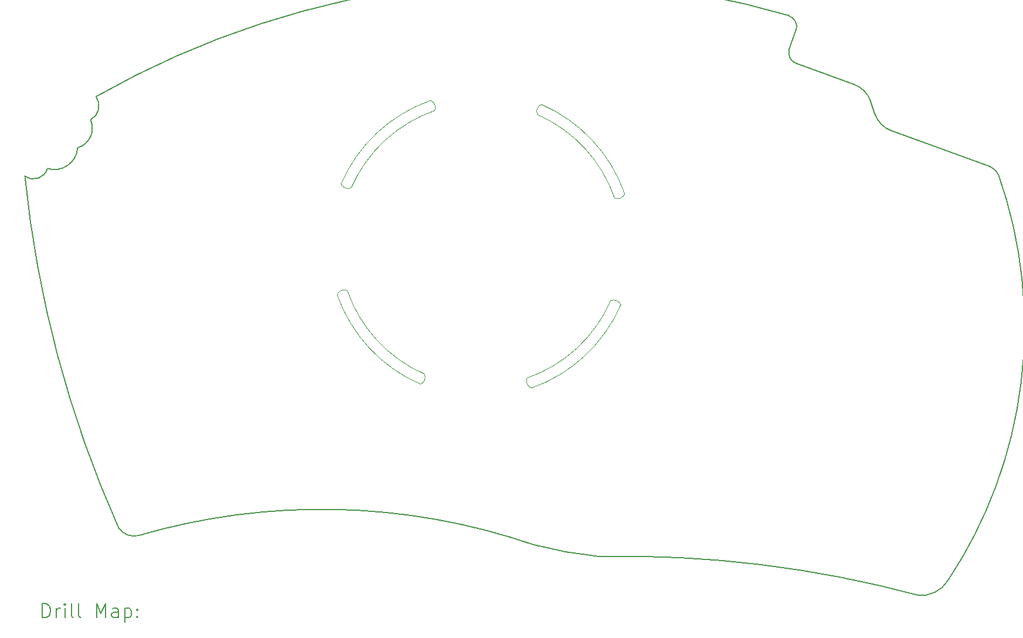
<source format=gbr>
%TF.GenerationSoftware,KiCad,Pcbnew,7.0.10*%
%TF.CreationDate,2024-03-18T13:49:35+01:00*%
%TF.ProjectId,chew_v1_backplate,63686577-5f76-4315-9f62-61636b706c61,rev?*%
%TF.SameCoordinates,Original*%
%TF.FileFunction,Drillmap*%
%TF.FilePolarity,Positive*%
%FSLAX45Y45*%
G04 Gerber Fmt 4.5, Leading zero omitted, Abs format (unit mm)*
G04 Created by KiCad (PCBNEW 7.0.10) date 2024-03-18 13:49:35*
%MOMM*%
%LPD*%
G01*
G04 APERTURE LIST*
%ADD10C,0.150000*%
%ADD11C,0.100000*%
%ADD12C,0.200000*%
G04 APERTURE END LIST*
D10*
X15504899Y-5923027D02*
G75*
G03*
X15397723Y-5726483I-154899J43027D01*
G01*
X5312275Y-7224654D02*
G75*
G03*
X5391575Y-6890467I-101551J200599D01*
G01*
X15504899Y-5923027D02*
X15404419Y-6209034D01*
X16581185Y-6963555D02*
X16638827Y-7136482D01*
X15404423Y-6209036D02*
G75*
G03*
X15500000Y-6410000I152307J-50774D01*
G01*
X4689725Y-7928054D02*
G75*
G03*
X5126176Y-7630017I100551J321343D01*
G01*
X17692528Y-13880975D02*
G75*
G03*
X18424349Y-8016206I-5506868J3665205D01*
G01*
X11706613Y-13359052D02*
G75*
G03*
X6004060Y-13228168I-3057297J-8910715D01*
G01*
X17263988Y-14090045D02*
G75*
G03*
X17692528Y-13880974I46902J447595D01*
G01*
X16881840Y-7385994D02*
X18307144Y-7903273D01*
X15500000Y-6410000D02*
X16338113Y-6714021D01*
X4364238Y-8036680D02*
G75*
G03*
X5717199Y-13115305I16449203J1662587D01*
G01*
X17263988Y-14090045D02*
G75*
G03*
X12656596Y-13530443I-4263988J-15859955D01*
G01*
X5717199Y-13115305D02*
G75*
G03*
X6004060Y-13228167I222801J145305D01*
G01*
X11706613Y-13359052D02*
G75*
G03*
X12656596Y-13530443I1493387J5559062D01*
G01*
X15399377Y-5720824D02*
G75*
G03*
X5391575Y-6890467I-3623836J-12393055D01*
G01*
X4364238Y-8036680D02*
G75*
G03*
X4689725Y-7928055I126015J164366D01*
G01*
X5126176Y-7630017D02*
G75*
G03*
X5313209Y-7226499I-83294J283712D01*
G01*
X16638826Y-7136482D02*
G75*
G03*
X16881840Y-7385994I379474J126493D01*
G01*
X16581186Y-6963555D02*
G75*
G03*
X16338113Y-6714021I-379476J-126495D01*
G01*
X18424349Y-8016206D02*
G75*
G03*
X18307144Y-7903273I-204349J-94794D01*
G01*
D11*
X10222515Y-6946490D02*
G75*
G03*
X8929652Y-8152104I727969J-2076671D01*
G01*
X9019537Y-9689453D02*
G75*
G03*
X8873813Y-9751129I-42024J-103700D01*
G01*
X8929652Y-8152104D02*
G75*
G03*
X9077816Y-8207308I101684J46479D01*
G01*
X10284191Y-7092214D02*
G75*
G03*
X9077816Y-8207308I666292J-1930946D01*
G01*
X10284191Y-7092214D02*
G75*
G03*
X10222515Y-6946490I-103700J42024D01*
G01*
X8873813Y-9751129D02*
G75*
G03*
X10079427Y-11043992I2076671J727969D01*
G01*
X10079427Y-11043992D02*
G75*
G03*
X10134631Y-10895828I-46479J101684D01*
G01*
X9019537Y-9689453D02*
G75*
G03*
X10134631Y-10895828I1930946J666292D01*
G01*
X12881430Y-8356868D02*
G75*
G03*
X11766336Y-7150493I-1930946J-666293D01*
G01*
X11821540Y-7002329D02*
G75*
G03*
X11766336Y-7150493I46480J-101684D01*
G01*
X13027154Y-8295192D02*
G75*
G03*
X11821540Y-7002329I-2076671J-727969D01*
G01*
X11616781Y-10954109D02*
G75*
G03*
X11678452Y-11099831I103696J-42026D01*
G01*
X11616776Y-10954107D02*
G75*
G03*
X12823151Y-9839013I-666292J1930946D01*
G01*
X12971315Y-9894217D02*
G75*
G03*
X12823151Y-9839013I-101684J-46480D01*
G01*
X12881432Y-8356863D02*
G75*
G03*
X13027154Y-8295192I42026J103696D01*
G01*
X11678452Y-11099831D02*
G75*
G03*
X12971315Y-9894217I-727969J2076671D01*
G01*
D12*
X4617515Y-14411480D02*
X4617515Y-14211480D01*
X4617515Y-14211480D02*
X4665134Y-14211480D01*
X4665134Y-14211480D02*
X4693705Y-14221004D01*
X4693705Y-14221004D02*
X4712753Y-14240051D01*
X4712753Y-14240051D02*
X4722277Y-14259099D01*
X4722277Y-14259099D02*
X4731800Y-14297194D01*
X4731800Y-14297194D02*
X4731800Y-14325765D01*
X4731800Y-14325765D02*
X4722277Y-14363861D01*
X4722277Y-14363861D02*
X4712753Y-14382908D01*
X4712753Y-14382908D02*
X4693705Y-14401956D01*
X4693705Y-14401956D02*
X4665134Y-14411480D01*
X4665134Y-14411480D02*
X4617515Y-14411480D01*
X4817515Y-14411480D02*
X4817515Y-14278146D01*
X4817515Y-14316242D02*
X4827039Y-14297194D01*
X4827039Y-14297194D02*
X4836562Y-14287670D01*
X4836562Y-14287670D02*
X4855610Y-14278146D01*
X4855610Y-14278146D02*
X4874658Y-14278146D01*
X4941324Y-14411480D02*
X4941324Y-14278146D01*
X4941324Y-14211480D02*
X4931800Y-14221004D01*
X4931800Y-14221004D02*
X4941324Y-14230527D01*
X4941324Y-14230527D02*
X4950848Y-14221004D01*
X4950848Y-14221004D02*
X4941324Y-14211480D01*
X4941324Y-14211480D02*
X4941324Y-14230527D01*
X5065134Y-14411480D02*
X5046086Y-14401956D01*
X5046086Y-14401956D02*
X5036562Y-14382908D01*
X5036562Y-14382908D02*
X5036562Y-14211480D01*
X5169896Y-14411480D02*
X5150848Y-14401956D01*
X5150848Y-14401956D02*
X5141324Y-14382908D01*
X5141324Y-14382908D02*
X5141324Y-14211480D01*
X5398467Y-14411480D02*
X5398467Y-14211480D01*
X5398467Y-14211480D02*
X5465134Y-14354337D01*
X5465134Y-14354337D02*
X5531800Y-14211480D01*
X5531800Y-14211480D02*
X5531800Y-14411480D01*
X5712753Y-14411480D02*
X5712753Y-14306718D01*
X5712753Y-14306718D02*
X5703229Y-14287670D01*
X5703229Y-14287670D02*
X5684181Y-14278146D01*
X5684181Y-14278146D02*
X5646086Y-14278146D01*
X5646086Y-14278146D02*
X5627038Y-14287670D01*
X5712753Y-14401956D02*
X5693705Y-14411480D01*
X5693705Y-14411480D02*
X5646086Y-14411480D01*
X5646086Y-14411480D02*
X5627038Y-14401956D01*
X5627038Y-14401956D02*
X5617515Y-14382908D01*
X5617515Y-14382908D02*
X5617515Y-14363861D01*
X5617515Y-14363861D02*
X5627038Y-14344813D01*
X5627038Y-14344813D02*
X5646086Y-14335289D01*
X5646086Y-14335289D02*
X5693705Y-14335289D01*
X5693705Y-14335289D02*
X5712753Y-14325765D01*
X5807991Y-14278146D02*
X5807991Y-14478146D01*
X5807991Y-14287670D02*
X5827038Y-14278146D01*
X5827038Y-14278146D02*
X5865134Y-14278146D01*
X5865134Y-14278146D02*
X5884181Y-14287670D01*
X5884181Y-14287670D02*
X5893705Y-14297194D01*
X5893705Y-14297194D02*
X5903229Y-14316242D01*
X5903229Y-14316242D02*
X5903229Y-14373384D01*
X5903229Y-14373384D02*
X5893705Y-14392432D01*
X5893705Y-14392432D02*
X5884181Y-14401956D01*
X5884181Y-14401956D02*
X5865134Y-14411480D01*
X5865134Y-14411480D02*
X5827038Y-14411480D01*
X5827038Y-14411480D02*
X5807991Y-14401956D01*
X5988943Y-14392432D02*
X5998467Y-14401956D01*
X5998467Y-14401956D02*
X5988943Y-14411480D01*
X5988943Y-14411480D02*
X5979419Y-14401956D01*
X5979419Y-14401956D02*
X5988943Y-14392432D01*
X5988943Y-14392432D02*
X5988943Y-14411480D01*
X5988943Y-14287670D02*
X5998467Y-14297194D01*
X5998467Y-14297194D02*
X5988943Y-14306718D01*
X5988943Y-14306718D02*
X5979419Y-14297194D01*
X5979419Y-14297194D02*
X5988943Y-14287670D01*
X5988943Y-14287670D02*
X5988943Y-14306718D01*
M02*

</source>
